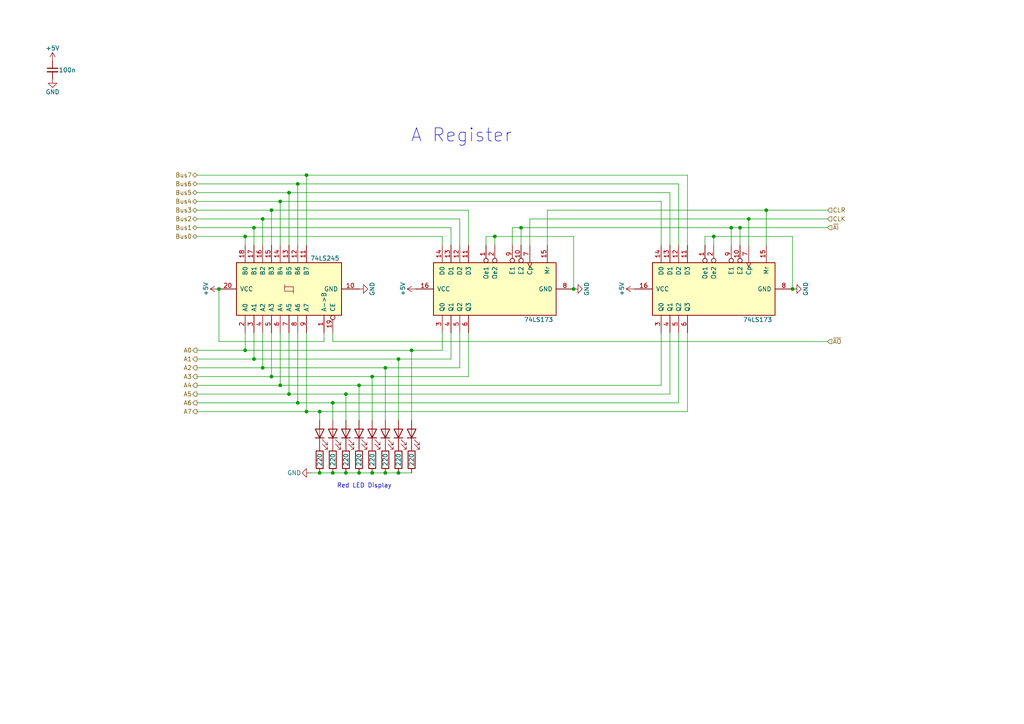
<source format=kicad_sch>
(kicad_sch (version 20250114) (generator "eeschema") (generator_version "9.0")
  (paper "A4")
  (lib_symbols
    (symbol "74xx:74LS173" (pin_names (offset 1.016))
      (property "Reference" "U" (at -7.62 19.05 0))
      (property "Value" "74LS173" (at -7.62 -19.05 0))
      (symbol "74LS173_1_0"
        (pin input line (at -12.7 15.24 0) (length 5.08) (name "D0") (number "14"))
        (pin input line (at -12.7 12.7 0) (length 5.08) (name "D1") (number "13"))
        (pin input line (at -12.7 10.16 0) (length 5.08) (name "D2") (number "12"))
        (pin input line (at -12.7 7.62 0) (length 5.08) (name "D3") (number "11"))
        (pin input inverted (at -12.7 2.54 0) (length 5.08) (name "Oe1") (number "1"))
        (pin input inverted (at -12.7 0 0) (length 5.08) (name "Oe2") (number "2"))
        (pin input inverted (at -12.7 -5.08 0) (length 5.08) (name "E1") (number "9"))
        (pin input inverted (at -12.7 -7.62 0) (length 5.08) (name "E2") (number "10"))
        (pin input clock (at -12.7 -10.16 0) (length 5.08) (name "Cp") (number "7"))
        (pin input line (at -12.7 -15.24 0) (length 5.08) (name "Mr") (number "15"))
        (pin power_in line (at 0 22.86 270) (length 5.08) (name "VCC") (number "16"))
        (pin power_in line (at 0 -22.86 90) (length 5.08) (name "GND") (number "8"))
        (pin tri_state line (at 12.7 15.24 180) (length 5.08) (name "Q0") (number "3"))
        (pin tri_state line (at 12.7 12.7 180) (length 5.08) (name "Q1") (number "4"))
        (pin tri_state line (at 12.7 10.16 180) (length 5.08) (name "Q2") (number "5"))
        (pin tri_state line (at 12.7 7.62 180) (length 5.08) (name "Q3") (number "6"))
      )
      (symbol "74LS173_1_1"
        (rectangle (start -7.62 17.78) (end 7.62 -17.78) (stroke (width 0.254)) (fill (type background)))
      )
    )
    (symbol "74xx:74LS245" (pin_names (offset 1.016))
      (property "Reference" "U" (at -7.62 16.51 0))
      (property "Value" "74LS245" (at -7.62 -16.51 0))
      (symbol "74LS245_1_0"
        (polyline (pts (xy -1.27 -1.27) (xy 0.635 -1.27) (xy 0.635 1.27) (xy 1.27 1.27)))
        (polyline (pts (xy -0.635 -1.27) (xy -0.635 1.27) (xy 0.635 1.27)))
        (pin tri_state line (at -12.7 12.7 0) (length 5.08) (name "A0") (number "2"))
        (pin tri_state line (at -12.7 10.16 0) (length 5.08) (name "A1") (number "3"))
        (pin tri_state line (at -12.7 7.62 0) (length 5.08) (name "A2") (number "4"))
        (pin tri_state line (at -12.7 5.08 0) (length 5.08) (name "A3") (number "5"))
        (pin tri_state line (at -12.7 2.54 0) (length 5.08) (name "A4") (number "6"))
        (pin tri_state line (at -12.7 0 0) (length 5.08) (name "A5") (number "7"))
        (pin tri_state line (at -12.7 -2.54 0) (length 5.08) (name "A6") (number "8"))
        (pin tri_state line (at -12.7 -5.08 0) (length 5.08) (name "A7") (number "9"))
        (pin input line (at -12.7 -10.16 0) (length 5.08) (name "A->B") (number "1"))
        (pin input inverted (at -12.7 -12.7 0) (length 5.08) (name "CE") (number "19"))
        (pin power_in line (at 0 20.32 270) (length 5.08) (name "VCC") (number "20"))
        (pin power_in line (at 0 -20.32 90) (length 5.08) (name "GND") (number "10"))
        (pin tri_state line (at 12.7 12.7 180) (length 5.08) (name "B0") (number "18"))
        (pin tri_state line (at 12.7 10.16 180) (length 5.08) (name "B1") (number "17"))
        (pin tri_state line (at 12.7 7.62 180) (length 5.08) (name "B2") (number "16"))
        (pin tri_state line (at 12.7 5.08 180) (length 5.08) (name "B3") (number "15"))
        (pin tri_state line (at 12.7 2.54 180) (length 5.08) (name "B4") (number "14"))
        (pin tri_state line (at 12.7 0 180) (length 5.08) (name "B5") (number "13"))
        (pin tri_state line (at 12.7 -2.54 180) (length 5.08) (name "B6") (number "12"))
        (pin tri_state line (at 12.7 -5.08 180) (length 5.08) (name "B7") (number "11"))
      )
      (symbol "74LS245_1_1"
        (rectangle (start -7.62 15.24) (end 7.62 -15.24) (stroke (width 0.254)) (fill (type background)))
      )
    )
    (symbol "Device:C_Small" (pin_numbers (hide yes)) (pin_names (offset 0.254) (hide yes))
      (property "Reference" "C" (at 0.254 1.778 0))
      (property "Value" "C_Small" (at 0.254 -2.032 0))
      (symbol "C_Small_0_1"
        (polyline (pts (xy -1.524 0.508) (xy 1.524 0.508)) (stroke (width 0.3048)))
        (polyline (pts (xy -1.524 -0.508) (xy 1.524 -0.508)) (stroke (width 0.3302)))
      )
      (symbol "C_Small_1_1"
        (pin passive line (at 0 2.54 270) (length 2.032) (name "~") (number "1"))
        (pin passive line (at 0 -2.54 90) (length 2.032) (name "~") (number "2"))
      )
    )
    (symbol "Device:LED" (pin_numbers (hide yes)) (pin_names (offset 1.016) (hide yes))
      (property "Reference" "D" (at 0 2.54 0))
      (property "Value" "LED" (at 0 -2.54 0))
      (symbol "LED_0_1"
        (polyline (pts (xy -3.048 -0.762) (xy -4.572 -2.286) (xy -3.81 -2.286) (xy -4.572 -2.286) (xy -4.572 -1.524)))
        (polyline (pts (xy -1.778 -0.762) (xy -3.302 -2.286) (xy -2.54 -2.286) (xy -3.302 -2.286) (xy -3.302 -1.524)))
        (polyline (pts (xy -1.27 0) (xy 1.27 0)))
        (polyline (pts (xy -1.27 -1.27) (xy -1.27 1.27)) (stroke (width 0.254)))
        (polyline (pts (xy 1.27 -1.27) (xy 1.27 1.27) (xy -1.27 0) (xy 1.27 -1.27)) (stroke (width 0.254)))
      )
      (symbol "LED_1_1"
        (pin passive line (at -3.81 0 0) (length 2.54) (name "K") (number "1"))
        (pin passive line (at 3.81 0 180) (length 2.54) (name "A") (number "2"))
      )
    )
    (symbol "Device:R" (pin_numbers (hide yes)) (pin_names (offset 0))
      (property "Reference" "R" (at 2.032 0 90))
      (property "Value" "R" (at 0 0 90))
      (symbol "R_0_1"
        (rectangle (start -1.016 -2.54) (end 1.016 2.54) (stroke (width 0.254)))
      )
      (symbol "R_1_1"
        (pin passive line (at 0 3.81 270) (length 1.27) (name "~") (number "1"))
        (pin passive line (at 0 -3.81 90) (length 1.27) (name "~") (number "2"))
      )
    )
    (symbol "power:+5V" (power) (pin_numbers (hide yes)) (pin_names (offset 0) (hide yes))
      (property "Value" "+5V" (at 0 3.556 0))
      (symbol "+5V_0_1"
        (polyline (pts (xy -0.762 1.27) (xy 0 2.54)))
        (polyline (pts (xy 0 2.54) (xy 0.762 1.27)))
        (polyline (pts (xy 0 0) (xy 0 2.54)))
      )
      (symbol "+5V_1_1"
        (pin power_in line (at 0 0 90) (length 0) (name "~") (number "1"))
      )
    )
    (symbol "power:GND" (power) (pin_numbers (hide yes)) (pin_names (offset 0) (hide yes))
      (property "Value" "GND" (at 0 -3.81 0))
      (symbol "GND_0_1"
        (polyline (pts (xy 0 0) (xy 0 -1.27) (xy 1.27 -1.27) (xy 0 -2.54) (xy -1.27 -1.27) (xy 0 -1.27)))
      )
      (symbol "GND_1_1"
        (pin power_in line (at 0 0 270) (length 0) (name "~") (number "1"))
      )
    )
  )
  (text "A Register" (at 133.858 39.37 0) (effects (font (size 3.81 3.81))))
  (text "Red LED Display" (at 105.664 140.97 0) (effects (font (size 1.27 1.27))))
  (junction (at 96.52 116.84))
  (junction (at 143.51 68.58))
  (junction (at 83.82 55.88))
  (junction (at 73.66 66.04))
  (junction (at 86.36 53.34))
  (junction (at 78.74 109.22))
  (junction (at 86.36 116.84))
  (junction (at 76.2 63.5))
  (junction (at 100.33 137.16))
  (junction (at 217.17 63.5))
  (junction (at 229.87 83.82))
  (junction (at 212.09 66.04))
  (junction (at 214.63 66.04))
  (junction (at 100.33 114.3))
  (junction (at 111.76 106.68))
  (junction (at 92.71 119.38))
  (junction (at 222.25 60.96))
  (junction (at 71.12 101.6))
  (junction (at 166.37 83.82))
  (junction (at 83.82 114.3))
  (junction (at 88.9 50.8))
  (junction (at 107.95 137.16))
  (junction (at 119.38 101.6))
  (junction (at 71.12 68.58))
  (junction (at 78.74 60.96))
  (junction (at 88.9 119.38))
  (junction (at 115.57 137.16))
  (junction (at 81.28 111.76))
  (junction (at 115.57 104.14))
  (junction (at 207.01 68.58))
  (junction (at 96.52 137.16))
  (junction (at 104.14 137.16))
  (junction (at 73.66 104.14))
  (junction (at 104.14 111.76))
  (junction (at 76.2 106.68))
  (junction (at 107.95 109.22))
  (junction (at 63.5 83.82))
  (junction (at 92.71 137.16))
  (junction (at 111.76 137.16))
  (junction (at 151.13 66.04))
  (junction (at 81.28 58.42))
  (wire (pts (xy 57.15 116.84) (xy 86.36 116.84)))
  (wire (pts (xy 57.15 68.58) (xy 71.12 68.58)))
  (wire (pts (xy 119.38 101.6) (xy 128.27 101.6)))
  (wire (pts (xy 207.01 68.58) (xy 229.87 68.58)))
  (wire (pts (xy 133.35 106.68) (xy 133.35 96.52)))
  (wire (pts (xy 191.77 58.42) (xy 81.28 58.42)))
  (wire (pts (xy 78.74 96.52) (xy 78.74 109.22)))
  (wire (pts (xy 191.77 71.12) (xy 191.77 58.42)))
  (wire (pts (xy 57.15 50.8) (xy 88.9 50.8)))
  (wire (pts (xy 194.31 71.12) (xy 194.31 55.88)))
  (wire (pts (xy 199.39 119.38) (xy 199.39 96.52)))
  (wire (pts (xy 100.33 137.16) (xy 96.52 137.16)))
  (wire (pts (xy 100.33 121.92) (xy 100.33 114.3)))
  (wire (pts (xy 128.27 71.12) (xy 128.27 68.58)))
  (wire (pts (xy 96.52 121.92) (xy 96.52 116.84)))
  (wire (pts (xy 57.15 63.5) (xy 76.2 63.5)))
  (wire (pts (xy 207.01 68.58) (xy 207.01 71.12)))
  (wire (pts (xy 166.37 68.58) (xy 166.37 83.82)))
  (wire (pts (xy 76.2 96.52) (xy 76.2 106.68)))
  (wire (pts (xy 130.81 66.04) (xy 73.66 66.04)))
  (wire (pts (xy 104.14 111.76) (xy 104.14 121.92)))
  (wire (pts (xy 133.35 63.5) (xy 76.2 63.5)))
  (wire (pts (xy 92.71 137.16) (xy 90.17 137.16)))
  (wire (pts (xy 57.15 60.96) (xy 78.74 60.96)))
  (wire (pts (xy 191.77 111.76) (xy 191.77 96.52)))
  (wire (pts (xy 133.35 71.12) (xy 133.35 63.5)))
  (wire (pts (xy 107.95 121.92) (xy 107.95 109.22)))
  (wire (pts (xy 73.66 104.14) (xy 115.57 104.14)))
  (wire (pts (xy 57.15 106.68) (xy 76.2 106.68)))
  (wire (pts (xy 57.15 53.34) (xy 86.36 53.34)))
  (wire (pts (xy 81.28 111.76) (xy 104.14 111.76)))
  (wire (pts (xy 83.82 55.88) (xy 83.82 71.12)))
  (wire (pts (xy 143.51 68.58) (xy 143.51 71.12)))
  (wire (pts (xy 88.9 119.38) (xy 92.71 119.38)))
  (wire (pts (xy 96.52 116.84) (xy 196.85 116.84)))
  (wire (pts (xy 83.82 96.52) (xy 83.82 114.3)))
  (wire (pts (xy 128.27 101.6) (xy 128.27 96.52)))
  (wire (pts (xy 240.03 66.04) (xy 214.63 66.04)))
  (wire (pts (xy 130.81 71.12) (xy 130.81 66.04)))
  (wire (pts (xy 158.75 71.12) (xy 158.75 60.96)))
  (wire (pts (xy 135.89 71.12) (xy 135.89 60.96)))
  (wire (pts (xy 96.52 137.16) (xy 92.71 137.16)))
  (wire (pts (xy 78.74 109.22) (xy 107.95 109.22)))
  (wire (pts (xy 158.75 60.96) (xy 222.25 60.96)))
  (wire (pts (xy 57.15 111.76) (xy 81.28 111.76)))
  (wire (pts (xy 88.9 50.8) (xy 199.39 50.8)))
  (wire (pts (xy 135.89 60.96) (xy 78.74 60.96)))
  (wire (pts (xy 212.09 66.04) (xy 151.13 66.04)))
  (wire (pts (xy 63.5 99.06) (xy 63.5 83.82)))
  (wire (pts (xy 204.47 68.58) (xy 207.01 68.58)))
  (wire (pts (xy 214.63 66.04) (xy 212.09 66.04)))
  (wire (pts (xy 71.12 68.58) (xy 71.12 71.12)))
  (wire (pts (xy 57.15 104.14) (xy 73.66 104.14)))
  (wire (pts (xy 78.74 60.96) (xy 78.74 71.12)))
  (wire (pts (xy 81.28 58.42) (xy 81.28 71.12)))
  (wire (pts (xy 86.36 96.52) (xy 86.36 116.84)))
  (wire (pts (xy 199.39 71.12) (xy 199.39 50.8)))
  (wire (pts (xy 86.36 116.84) (xy 96.52 116.84)))
  (wire (pts (xy 148.59 66.04) (xy 148.59 71.12)))
  (wire (pts (xy 83.82 114.3) (xy 100.33 114.3)))
  (wire (pts (xy 96.52 99.06) (xy 240.03 99.06)))
  (wire (pts (xy 204.47 71.12) (xy 204.47 68.58)))
  (wire (pts (xy 57.15 109.22) (xy 78.74 109.22)))
  (wire (pts (xy 140.97 71.12) (xy 140.97 68.58)))
  (wire (pts (xy 76.2 106.68) (xy 111.76 106.68)))
  (wire (pts (xy 111.76 137.16) (xy 107.95 137.16)))
  (wire (pts (xy 57.15 66.04) (xy 73.66 66.04)))
  (wire (pts (xy 107.95 109.22) (xy 135.89 109.22)))
  (wire (pts (xy 93.98 96.52) (xy 93.98 99.06)))
  (wire (pts (xy 140.97 68.58) (xy 143.51 68.58)))
  (wire (pts (xy 217.17 63.5) (xy 217.17 71.12)))
  (wire (pts (xy 92.71 119.38) (xy 199.39 119.38)))
  (wire (pts (xy 92.71 119.38) (xy 92.71 121.92)))
  (wire (pts (xy 194.31 114.3) (xy 194.31 96.52)))
  (wire (pts (xy 217.17 63.5) (xy 240.03 63.5)))
  (wire (pts (xy 96.52 96.52) (xy 96.52 99.06)))
  (wire (pts (xy 86.36 53.34) (xy 86.36 71.12)))
  (wire (pts (xy 196.85 71.12) (xy 196.85 53.34)))
  (wire (pts (xy 135.89 109.22) (xy 135.89 96.52)))
  (wire (pts (xy 93.98 99.06) (xy 63.5 99.06)))
  (wire (pts (xy 57.15 55.88) (xy 83.82 55.88)))
  (wire (pts (xy 104.14 137.16) (xy 100.33 137.16)))
  (wire (pts (xy 88.9 50.8) (xy 88.9 71.12)))
  (wire (pts (xy 196.85 116.84) (xy 196.85 96.52)))
  (wire (pts (xy 115.57 104.14) (xy 130.81 104.14)))
  (wire (pts (xy 130.81 104.14) (xy 130.81 96.52)))
  (wire (pts (xy 222.25 60.96) (xy 240.03 60.96)))
  (wire (pts (xy 151.13 66.04) (xy 151.13 71.12)))
  (wire (pts (xy 148.59 66.04) (xy 151.13 66.04)))
  (wire (pts (xy 73.66 96.52) (xy 73.66 104.14)))
  (wire (pts (xy 143.51 68.58) (xy 166.37 68.58)))
  (wire (pts (xy 57.15 58.42) (xy 81.28 58.42)))
  (wire (pts (xy 76.2 63.5) (xy 76.2 71.12)))
  (wire (pts (xy 57.15 119.38) (xy 88.9 119.38)))
  (wire (pts (xy 212.09 71.12) (xy 212.09 66.04)))
  (wire (pts (xy 196.85 53.34) (xy 86.36 53.34)))
  (wire (pts (xy 222.25 60.96) (xy 222.25 71.12)))
  (wire (pts (xy 71.12 101.6) (xy 119.38 101.6)))
  (wire (pts (xy 57.15 114.3) (xy 83.82 114.3)))
  (wire (pts (xy 194.31 55.88) (xy 83.82 55.88)))
  (wire (pts (xy 88.9 96.52) (xy 88.9 119.38)))
  (wire (pts (xy 153.67 71.12) (xy 153.67 63.5)))
  (wire (pts (xy 153.67 63.5) (xy 217.17 63.5)))
  (wire (pts (xy 119.38 137.16) (xy 115.57 137.16)))
  (wire (pts (xy 73.66 66.04) (xy 73.66 71.12)))
  (wire (pts (xy 115.57 121.92) (xy 115.57 104.14)))
  (wire (pts (xy 57.15 101.6) (xy 71.12 101.6)))
  (wire (pts (xy 104.14 111.76) (xy 191.77 111.76)))
  (wire (pts (xy 119.38 101.6) (xy 119.38 121.92)))
  (wire (pts (xy 111.76 106.68) (xy 133.35 106.68)))
  (wire (pts (xy 128.27 68.58) (xy 71.12 68.58)))
  (wire (pts (xy 111.76 121.92) (xy 111.76 106.68)))
  (wire (pts (xy 115.57 137.16) (xy 111.76 137.16)))
  (wire (pts (xy 214.63 71.12) (xy 214.63 66.04)))
  (wire (pts (xy 81.28 96.52) (xy 81.28 111.76)))
  (wire (pts (xy 229.87 68.58) (xy 229.87 83.82)))
  (wire (pts (xy 71.12 96.52) (xy 71.12 101.6)))
  (wire (pts (xy 107.95 137.16) (xy 104.14 137.16)))
  (wire (pts (xy 100.33 114.3) (xy 194.31 114.3)))
  (hierarchical_label "Bus5" (shape bidirectional) (at 57.15 55.88 180))
  (hierarchical_label "A3" (shape output) (at 57.15 109.22 180))
  (hierarchical_label "Bus1" (shape bidirectional) (at 57.15 66.04 180))
  (hierarchical_label "Bus4" (shape bidirectional) (at 57.15 58.42 180))
  (hierarchical_label "CLR" (shape input) (at 240.03 60.96 0))
  (hierarchical_label "Bus0" (shape bidirectional) (at 57.15 68.58 180))
  (hierarchical_label "A2" (shape output) (at 57.15 106.68 180))
  (hierarchical_label "Bus3" (shape bidirectional) (at 57.15 60.96 180))
  (hierarchical_label "CLK" (shape input) (at 240.03 63.5 0))
  (hierarchical_label "Bus6" (shape bidirectional) (at 57.15 53.34 180))
  (hierarchical_label "A6" (shape output) (at 57.15 116.84 180))
  (hierarchical_label "A4" (shape output) (at 57.15 111.76 180))
  (hierarchical_label "A0" (shape output) (at 57.15 101.6 180))
  (hierarchical_label "~{AO}" (shape input) (at 240.03 99.06 0))
  (hierarchical_label "~{AI}" (shape input) (at 240.03 66.04 0))
  (hierarchical_label "Bus2" (shape bidirectional) (at 57.15 63.5 180))
  (hierarchical_label "A1" (shape output) (at 57.15 104.14 180))
  (hierarchical_label "Bus7" (shape bidirectional) (at 57.15 50.8 180))
  (hierarchical_label "A5" (shape output) (at 57.15 114.3 180))
  (hierarchical_label "A7" (shape output) (at 57.15 119.38 180))
  (symbol (lib_id "Device:R") (at 119.38 133.35 180) (unit 1)
    (property "Reference" "R33" (effects (hide yes)))
    (property "Value" "220" (at 119.38 133.35 90))
    (property "Footprint" "Resistor_THT:R_Axial_DIN0207_L6.3mm_D2.5mm_P7.62mm_Horizontal" (effects (hide yes)))
    (property "Description" "Resistor" (effects (hide yes)))
  )
  (symbol (lib_id "power:+5V") (at 63.5 83.82 90) (unit 1)
    (property "Reference" "#PWR030" (effects (hide yes)))
    (property "Value" "+5V" (at 59.69 83.82 0))
    (property "Description" "Power symbol creates a global label with name \"+5V\"" (effects (hide yes)))
  )
  (symbol (lib_id "power:+5V") (at 120.65 83.82 90) (unit 1)
    (property "Reference" "#PWR031" (effects (hide yes)))
    (property "Value" "+5V" (at 116.84 83.82 0))
    (property "Description" "Power symbol creates a global label with name \"+5V\"" (effects (hide yes)))
  )
  (symbol (lib_id "Device:LED") (at 96.52 125.73 90) (unit 1)
    (property "Reference" "D21" (effects (hide yes)))
    (property "Value" "RED" (effects (hide yes)))
    (property "Footprint" "LED_THT:LED_D5.0mm" (effects (hide yes)))
    (property "Description" "Light emitting diode" (effects (hide yes)))
    (property "Sim.Pins" "1=K 2=A" (effects (hide yes)))
  )
  (symbol (lib_id "Device:LED") (at 115.57 125.73 90) (unit 1)
    (property "Reference" "D26" (effects (hide yes)))
    (property "Value" "RED" (effects (hide yes)))
    (property "Footprint" "LED_THT:LED_D5.0mm" (effects (hide yes)))
    (property "Description" "Light emitting diode" (effects (hide yes)))
    (property "Sim.Pins" "1=K 2=A" (effects (hide yes)))
  )
  (symbol (lib_id "Device:R") (at 104.14 133.35 180) (unit 1)
    (property "Reference" "R29" (effects (hide yes)))
    (property "Value" "220" (at 104.14 133.35 90))
    (property "Footprint" "Resistor_THT:R_Axial_DIN0207_L6.3mm_D2.5mm_P7.62mm_Horizontal" (effects (hide yes)))
    (property "Description" "Resistor" (effects (hide yes)))
  )
  (symbol (lib_id "power:+5V") (at 15.24 17.78 0) (unit 1)
    (property "Reference" "#PWR028" (effects (hide yes)))
    (property "Value" "+5V" (at 15.24 13.97 0))
    (property "Description" "Power symbol creates a global label with name \"+5V\"" (effects (hide yes)))
  )
  (symbol (lib_id "power:GND") (at 166.37 83.82 90) (unit 1)
    (property "Reference" "#PWR038" (effects (hide yes)))
    (property "Value" "GND" (at 170.18 85.852 0) (effects (justify left)))
    (property "Description" "Power symbol creates a global label with name \"GND\" , ground" (effects (hide yes)))
  )
  (symbol (lib_id "Device:LED") (at 107.95 125.73 90) (unit 1)
    (property "Reference" "D24" (effects (hide yes)))
    (property "Value" "RED" (effects (hide yes)))
    (property "Footprint" "LED_THT:LED_D5.0mm" (effects (hide yes)))
    (property "Description" "Light emitting diode" (effects (hide yes)))
    (property "Sim.Pins" "1=K 2=A" (effects (hide yes)))
  )
  (symbol (lib_id "Device:R") (at 96.52 133.35 180) (unit 1)
    (property "Reference" "R27" (effects (hide yes)))
    (property "Value" "220" (at 96.52 133.35 90))
    (property "Footprint" "Resistor_THT:R_Axial_DIN0207_L6.3mm_D2.5mm_P7.62mm_Horizontal" (effects (hide yes)))
    (property "Description" "Resistor" (effects (hide yes)))
  )
  (symbol (lib_id "Device:R") (at 111.76 133.35 180) (unit 1)
    (property "Reference" "R31" (effects (hide yes)))
    (property "Value" "220" (at 111.76 133.35 90))
    (property "Footprint" "Resistor_THT:R_Axial_DIN0207_L6.3mm_D2.5mm_P7.62mm_Horizontal" (effects (hide yes)))
    (property "Description" "Resistor" (effects (hide yes)))
  )
  (symbol (lib_id "Device:LED") (at 111.76 125.73 90) (unit 1)
    (property "Reference" "D25" (effects (hide yes)))
    (property "Value" "RED" (effects (hide yes)))
    (property "Footprint" "LED_THT:LED_D5.0mm" (effects (hide yes)))
    (property "Description" "Light emitting diode" (effects (hide yes)))
    (property "Sim.Pins" "1=K 2=A" (effects (hide yes)))
  )
  (symbol (lib_id "Device:R") (at 107.95 133.35 180) (unit 1)
    (property "Reference" "R30" (effects (hide yes)))
    (property "Value" "220" (at 107.95 133.35 90))
    (property "Footprint" "Resistor_THT:R_Axial_DIN0207_L6.3mm_D2.5mm_P7.62mm_Horizontal" (effects (hide yes)))
    (property "Description" "Resistor" (effects (hide yes)))
  )
  (symbol (lib_id "74xx:74LS173") (at 207.01 83.82 90) (mirror x) (unit 1)
    (property "Reference" "U11" (effects (hide yes)))
    (property "Value" "74LS173" (at 219.71 92.71 90))
    (property "Footprint" "Package_DIP:DIP-16_W7.62mm_Socket_LongPads" (effects (hide yes)))
    (property "Datasheet" "http://www.ti.com/lit/gpn/sn74LS173" (effects (hide yes)))
    (property "Description" "4-bit D-type Register, 3 state out" (effects (hide yes)))
  )
  (symbol (lib_id "power:+5V") (at 184.15 83.82 90) (unit 1)
    (property "Reference" "#PWR039" (effects (hide yes)))
    (property "Value" "+5V" (at 180.34 83.82 0))
    (property "Description" "Power symbol creates a global label with name \"+5V\"" (effects (hide yes)))
  )
  (symbol (lib_id "74xx:74LS173") (at 143.51 83.82 90) (mirror x) (unit 1)
    (property "Reference" "U10" (effects (hide yes)))
    (property "Value" "74LS173" (at 156.21 92.71 90))
    (property "Footprint" "Package_DIP:DIP-16_W7.62mm_Socket_LongPads" (effects (hide yes)))
    (property "Datasheet" "http://www.ti.com/lit/gpn/sn74LS173" (effects (hide yes)))
    (property "Description" "4-bit D-type Register, 3 state out" (effects (hide yes)))
  )
  (symbol (lib_id "74xx:74LS245") (at 83.82 83.82 90) (unit 1)
    (property "Reference" "U9" (effects (hide yes)))
    (property "Value" "74LS245" (at 94.234 74.93 90))
    (property "Footprint" "Package_DIP:DIP-22_W7.62mm_Socket_LongPads" (effects (hide yes)))
    (property "Datasheet" "http://www.ti.com/lit/gpn/sn74LS245" (effects (hide yes)))
    (property "Description" "Octal BUS Transceivers, 3-State outputs" (effects (hide yes)))
  )
  (symbol (lib_id "Device:LED") (at 100.33 125.73 90) (unit 1)
    (property "Reference" "D22" (effects (hide yes)))
    (property "Value" "RED" (effects (hide yes)))
    (property "Footprint" "LED_THT:LED_D5.0mm" (effects (hide yes)))
    (property "Description" "Light emitting diode" (effects (hide yes)))
    (property "Sim.Pins" "1=K 2=A" (effects (hide yes)))
  )
  (symbol (lib_id "power:GND") (at 90.17 137.16 270) (unit 1)
    (property "Reference" "#PWR041" (effects (hide yes)))
    (property "Value" "GND" (at 87.376 137.16 90) (effects (justify right)))
    (property "Description" "Power symbol creates a global label with name \"GND\" , ground" (effects (hide yes)))
  )
  (symbol (lib_id "Device:R") (at 100.33 133.35 180) (unit 1)
    (property "Reference" "R28" (effects (hide yes)))
    (property "Value" "220" (at 100.33 133.35 90))
    (property "Footprint" "Resistor_THT:R_Axial_DIN0207_L6.3mm_D2.5mm_P7.62mm_Horizontal" (effects (hide yes)))
    (property "Description" "Resistor" (effects (hide yes)))
  )
  (symbol (lib_id "power:GND") (at 104.14 83.82 90) (unit 1)
    (property "Reference" "#PWR037" (effects (hide yes)))
    (property "Value" "GND" (at 107.95 85.852 0) (effects (justify left)))
    (property "Description" "Power symbol creates a global label with name \"GND\" , ground" (effects (hide yes)))
  )
  (symbol (lib_id "Device:C_Small") (at 15.24 20.32 0) (unit 1)
    (property "Reference" "C8" (effects (hide yes)))
    (property "Value" "100n" (at 17.018 20.32 0) (effects (justify left)))
    (property "Footprint" "Capacitor_THT:C_Disc_D5.0mm_W2.5mm_P5.00mm" (effects (hide yes)))
    (property "Description" "Unpolarized capacitor, small symbol" (effects (hide yes)))
  )
  (symbol (lib_id "Device:LED") (at 92.71 125.73 90) (unit 1)
    (property "Reference" "D20" (effects (hide yes)))
    (property "Value" "RED" (effects (hide yes)))
    (property "Footprint" "LED_THT:LED_D5.0mm" (effects (hide yes)))
    (property "Description" "Light emitting diode" (effects (hide yes)))
    (property "Sim.Pins" "1=K 2=A" (effects (hide yes)))
  )
  (symbol (lib_id "power:GND") (at 229.87 83.82 90) (unit 1)
    (property "Reference" "#PWR040" (effects (hide yes)))
    (property "Value" "GND" (at 233.68 85.852 0) (effects (justify left)))
    (property "Description" "Power symbol creates a global label with name \"GND\" , ground" (effects (hide yes)))
  )
  (symbol (lib_id "Device:R") (at 115.57 133.35 180) (unit 1)
    (property "Reference" "R32" (effects (hide yes)))
    (property "Value" "220" (at 115.57 133.35 90))
    (property "Footprint" "Resistor_THT:R_Axial_DIN0207_L6.3mm_D2.5mm_P7.62mm_Horizontal" (effects (hide yes)))
    (property "Description" "Resistor" (effects (hide yes)))
  )
  (symbol (lib_id "Device:R") (at 92.71 133.35 180) (unit 1)
    (property "Reference" "R26" (effects (hide yes)))
    (property "Value" "220" (at 92.71 133.35 90))
    (property "Footprint" "Resistor_THT:R_Axial_DIN0207_L6.3mm_D2.5mm_P7.62mm_Horizontal" (effects (hide yes)))
    (property "Description" "Resistor" (effects (hide yes)))
  )
  (symbol (lib_id "power:GND") (at 15.24 22.86 0) (unit 1)
    (property "Reference" "#PWR029" (effects (hide yes)))
    (property "Value" "GND" (at 13.208 26.67 0) (effects (justify left)))
    (property "Description" "Power symbol creates a global label with name \"GND\" , ground" (effects (hide yes)))
  )
  (symbol (lib_id "Device:LED") (at 119.38 125.73 90) (unit 1)
    (property "Reference" "D27" (effects (hide yes)))
    (property "Value" "RED" (effects (hide yes)))
    (property "Footprint" "LED_THT:LED_D5.0mm" (effects (hide yes)))
    (property "Description" "Light emitting diode" (effects (hide yes)))
    (property "Sim.Pins" "1=K 2=A" (effects (hide yes)))
  )
  (symbol (lib_id "Device:LED") (at 104.14 125.73 90) (unit 1)
    (property "Reference" "D23" (effects (hide yes)))
    (property "Value" "RED" (effects (hide yes)))
    (property "Footprint" "LED_THT:LED_D5.0mm" (effects (hide yes)))
    (property "Description" "Light emitting diode" (effects (hide yes)))
    (property "Sim.Pins" "1=K 2=A" (effects (hide yes)))
  )
)
</source>
